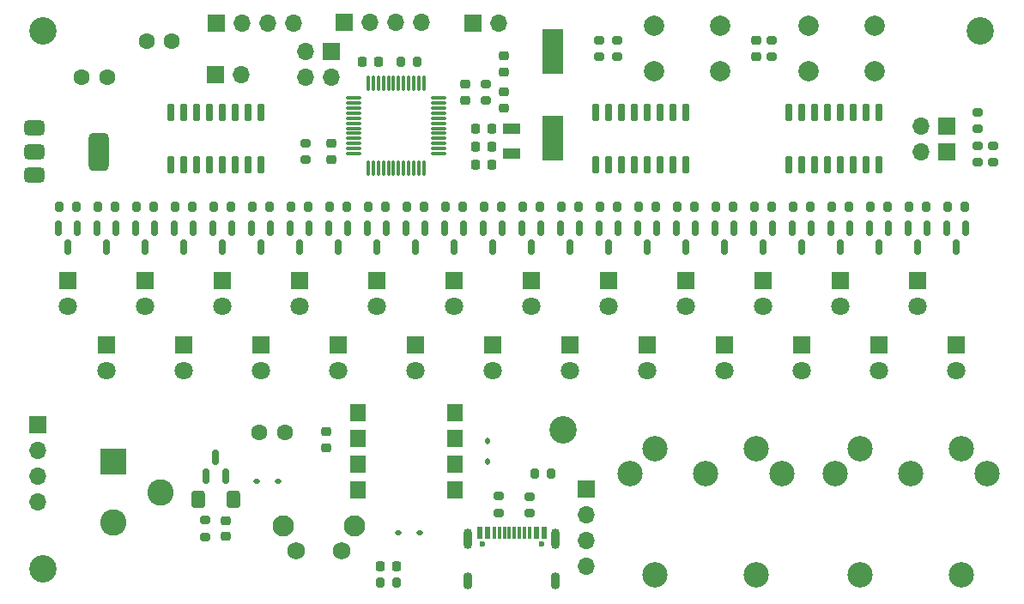
<source format=gbr>
%TF.GenerationSoftware,KiCad,Pcbnew,8.0.4*%
%TF.CreationDate,2024-08-25T15:35:27+02:00*%
%TF.ProjectId,LaserHarp3,4c617365-7248-4617-9270-332e6b696361,rev?*%
%TF.SameCoordinates,Original*%
%TF.FileFunction,Soldermask,Top*%
%TF.FilePolarity,Negative*%
%FSLAX46Y46*%
G04 Gerber Fmt 4.6, Leading zero omitted, Abs format (unit mm)*
G04 Created by KiCad (PCBNEW 8.0.4) date 2024-08-25 15:35:27*
%MOMM*%
%LPD*%
G01*
G04 APERTURE LIST*
G04 Aperture macros list*
%AMRoundRect*
0 Rectangle with rounded corners*
0 $1 Rounding radius*
0 $2 $3 $4 $5 $6 $7 $8 $9 X,Y pos of 4 corners*
0 Add a 4 corners polygon primitive as box body*
4,1,4,$2,$3,$4,$5,$6,$7,$8,$9,$2,$3,0*
0 Add four circle primitives for the rounded corners*
1,1,$1+$1,$2,$3*
1,1,$1+$1,$4,$5*
1,1,$1+$1,$6,$7*
1,1,$1+$1,$8,$9*
0 Add four rect primitives between the rounded corners*
20,1,$1+$1,$2,$3,$4,$5,0*
20,1,$1+$1,$4,$5,$6,$7,0*
20,1,$1+$1,$6,$7,$8,$9,0*
20,1,$1+$1,$8,$9,$2,$3,0*%
G04 Aperture macros list end*
%ADD10RoundRect,0.200000X-0.275000X0.200000X-0.275000X-0.200000X0.275000X-0.200000X0.275000X0.200000X0*%
%ADD11RoundRect,0.200000X0.275000X-0.200000X0.275000X0.200000X-0.275000X0.200000X-0.275000X-0.200000X0*%
%ADD12R,1.700000X1.700000*%
%ADD13O,1.700000X1.700000*%
%ADD14RoundRect,0.150000X-0.150000X0.587500X-0.150000X-0.587500X0.150000X-0.587500X0.150000X0.587500X0*%
%ADD15C,2.700000*%
%ADD16RoundRect,0.225000X0.250000X-0.225000X0.250000X0.225000X-0.250000X0.225000X-0.250000X-0.225000X0*%
%ADD17RoundRect,0.375000X-0.625000X-0.375000X0.625000X-0.375000X0.625000X0.375000X-0.625000X0.375000X0*%
%ADD18RoundRect,0.500000X-0.500000X-1.400000X0.500000X-1.400000X0.500000X1.400000X-0.500000X1.400000X0*%
%ADD19R,1.800000X1.800000*%
%ADD20C,1.800000*%
%ADD21RoundRect,0.200000X0.200000X0.275000X-0.200000X0.275000X-0.200000X-0.275000X0.200000X-0.275000X0*%
%ADD22RoundRect,0.112500X-0.187500X-0.112500X0.187500X-0.112500X0.187500X0.112500X-0.187500X0.112500X0*%
%ADD23RoundRect,0.225000X-0.250000X0.225000X-0.250000X-0.225000X0.250000X-0.225000X0.250000X0.225000X0*%
%ADD24RoundRect,0.250000X0.400000X0.600000X-0.400000X0.600000X-0.400000X-0.600000X0.400000X-0.600000X0*%
%ADD25C,2.000000*%
%ADD26C,2.100000*%
%ADD27C,1.750000*%
%ADD28R,2.600000X2.600000*%
%ADD29C,2.600000*%
%ADD30RoundRect,0.225000X0.225000X0.250000X-0.225000X0.250000X-0.225000X-0.250000X0.225000X-0.250000X0*%
%ADD31R,2.000000X4.500000*%
%ADD32R,1.800000X1.000000*%
%ADD33RoundRect,0.150000X0.150000X-0.725000X0.150000X0.725000X-0.150000X0.725000X-0.150000X-0.725000X0*%
%ADD34RoundRect,0.112500X0.112500X-0.187500X0.112500X0.187500X-0.112500X0.187500X-0.112500X-0.187500X0*%
%ADD35C,1.600000*%
%ADD36R,1.520000X1.780000*%
%ADD37R,1.520000X1.750000*%
%ADD38C,0.600000*%
%ADD39R,0.600000X1.160000*%
%ADD40R,0.300000X1.160000*%
%ADD41O,0.900000X2.000000*%
%ADD42O,0.900000X1.700000*%
%ADD43RoundRect,0.150000X0.150000X-0.587500X0.150000X0.587500X-0.150000X0.587500X-0.150000X-0.587500X0*%
%ADD44RoundRect,0.112500X0.187500X0.112500X-0.187500X0.112500X-0.187500X-0.112500X0.187500X-0.112500X0*%
%ADD45C,2.500000*%
%ADD46RoundRect,0.225000X-0.225000X-0.250000X0.225000X-0.250000X0.225000X0.250000X-0.225000X0.250000X0*%
%ADD47RoundRect,0.075000X0.662500X0.075000X-0.662500X0.075000X-0.662500X-0.075000X0.662500X-0.075000X0*%
%ADD48RoundRect,0.075000X0.075000X0.662500X-0.075000X0.662500X-0.075000X-0.662500X0.075000X-0.662500X0*%
%ADD49RoundRect,0.200000X-0.200000X-0.275000X0.200000X-0.275000X0.200000X0.275000X-0.200000X0.275000X0*%
G04 APERTURE END LIST*
D10*
%TO.C,R38*%
X137414000Y-65215000D03*
X137414000Y-66865000D03*
%TD*%
D11*
%TO.C,R37*%
X135636000Y-66865000D03*
X135636000Y-65215000D03*
%TD*%
D12*
%TO.C,J11*%
X109225000Y-66289000D03*
D13*
X109225000Y-68829000D03*
X106685000Y-66289000D03*
X106685000Y-68829000D03*
%TD*%
%TO.C,J6*%
X100330000Y-68580000D03*
D12*
X97790000Y-68580000D03*
%TD*%
D14*
%TO.C,Q24*%
X167955000Y-83771500D03*
X166055000Y-83771500D03*
X167005000Y-85646500D03*
%TD*%
%TO.C,Q11*%
X118425000Y-83771500D03*
X116525000Y-83771500D03*
X117475000Y-85646500D03*
%TD*%
D15*
%TO.C,H3*%
X80772000Y-117348000D03*
%TD*%
D14*
%TO.C,Q14*%
X129855000Y-83771500D03*
X127955000Y-83771500D03*
X128905000Y-85646500D03*
%TD*%
D16*
%TO.C,C9*%
X109220000Y-76975000D03*
X109220000Y-75425000D03*
%TD*%
D10*
%TO.C,R11*%
X152602000Y-65215000D03*
X152602000Y-66865000D03*
%TD*%
D17*
%TO.C,U2*%
X79908000Y-73900000D03*
X79908000Y-76200000D03*
D18*
X86208000Y-76200000D03*
D17*
X79908000Y-78500000D03*
%TD*%
D19*
%TO.C,LD6*%
X102235000Y-95250000D03*
D20*
X102235000Y-97790000D03*
%TD*%
D12*
%TO.C,J9*%
X110490000Y-63490000D03*
D13*
X113030000Y-63490000D03*
X115570000Y-63490000D03*
X118110000Y-63490000D03*
%TD*%
D21*
%TO.C,R21*%
X118300000Y-81661000D03*
X116650000Y-81661000D03*
%TD*%
D14*
%TO.C,Q3*%
X87945000Y-83771500D03*
X86045000Y-83771500D03*
X86995000Y-85646500D03*
%TD*%
D16*
%TO.C,C11*%
X126238000Y-71895000D03*
X126238000Y-70345000D03*
%TD*%
D21*
%TO.C,R34*%
X167830000Y-81661000D03*
X166180000Y-81661000D03*
%TD*%
%TO.C,R26*%
X137350000Y-81661000D03*
X135700000Y-81661000D03*
%TD*%
D22*
%TO.C,D1*%
X115790000Y-113792000D03*
X117890000Y-113792000D03*
%TD*%
D23*
%TO.C,C4*%
X98806000Y-112636000D03*
X98806000Y-114186000D03*
%TD*%
D24*
%TO.C,D2*%
X99540000Y-110490000D03*
X96040000Y-110490000D03*
%TD*%
D25*
%TO.C,SW2*%
X147522000Y-68290000D03*
X141022000Y-68290000D03*
X147522000Y-63790000D03*
X141022000Y-63790000D03*
%TD*%
D19*
%TO.C,LD15*%
X136525000Y-88900000D03*
D20*
X136525000Y-91440000D03*
%TD*%
D11*
%TO.C,R7*%
X174498000Y-77279000D03*
X174498000Y-75629000D03*
%TD*%
D21*
%TO.C,R28*%
X144970000Y-81661000D03*
X143320000Y-81661000D03*
%TD*%
D14*
%TO.C,Q17*%
X141285000Y-83771500D03*
X139385000Y-83771500D03*
X140335000Y-85646500D03*
%TD*%
D26*
%TO.C,SW1*%
X111475000Y-113113500D03*
X104465000Y-113113500D03*
D27*
X110225000Y-115603500D03*
X105725000Y-115603500D03*
%TD*%
D28*
%TO.C,J2*%
X87642000Y-106830000D03*
D29*
X87642000Y-112830000D03*
X92342000Y-109830000D03*
%TD*%
D25*
%TO.C,SW3*%
X156262000Y-63790000D03*
X162762000Y-63790000D03*
X156262000Y-68290000D03*
X162762000Y-68290000D03*
%TD*%
D10*
%TO.C,R5*%
X172974000Y-75629000D03*
X172974000Y-77279000D03*
%TD*%
D30*
%TO.C,C14*%
X124981000Y-73914000D03*
X123431000Y-73914000D03*
%TD*%
%TO.C,C13*%
X124981000Y-75692000D03*
X123431000Y-75692000D03*
%TD*%
D21*
%TO.C,R19*%
X110680000Y-81661000D03*
X109030000Y-81661000D03*
%TD*%
D19*
%TO.C,LD22*%
X163195000Y-95250000D03*
D20*
X163195000Y-97790000D03*
%TD*%
D14*
%TO.C,Q21*%
X156525000Y-83771500D03*
X154625000Y-83771500D03*
X155575000Y-85646500D03*
%TD*%
%TO.C,Q9*%
X110805000Y-83771500D03*
X108905000Y-83771500D03*
X109855000Y-85646500D03*
%TD*%
D12*
%TO.C,J10*%
X134366000Y-109484000D03*
D13*
X134366000Y-112024000D03*
X134366000Y-114564000D03*
X134366000Y-117104000D03*
%TD*%
D19*
%TO.C,LD16*%
X140335000Y-95250000D03*
D20*
X140335000Y-97790000D03*
%TD*%
D21*
%TO.C,R27*%
X141160000Y-81661000D03*
X139510000Y-81661000D03*
%TD*%
D19*
%TO.C,LD12*%
X125095000Y-95250000D03*
D20*
X125095000Y-97790000D03*
%TD*%
D14*
%TO.C,Q20*%
X152715000Y-83771500D03*
X150815000Y-83771500D03*
X151765000Y-85646500D03*
%TD*%
D12*
%TO.C,J8*%
X97800000Y-63500000D03*
D13*
X100340000Y-63500000D03*
X102880000Y-63500000D03*
X105420000Y-63500000D03*
%TD*%
D23*
%TO.C,C12*%
X126238000Y-66789000D03*
X126238000Y-68339000D03*
%TD*%
D31*
%TO.C,Y1*%
X131064000Y-66362000D03*
X131064000Y-74862000D03*
%TD*%
D32*
%TO.C,Y2*%
X127000000Y-73934000D03*
X127000000Y-76434000D03*
%TD*%
D33*
%TO.C,U5*%
X135255000Y-77505000D03*
X136525000Y-77505000D03*
X137795000Y-77505000D03*
X139065000Y-77505000D03*
X140335000Y-77505000D03*
X141605000Y-77505000D03*
X142875000Y-77505000D03*
X144145000Y-77505000D03*
X144145000Y-72355000D03*
X142875000Y-72355000D03*
X141605000Y-72355000D03*
X140335000Y-72355000D03*
X139065000Y-72355000D03*
X137795000Y-72355000D03*
X136525000Y-72355000D03*
X135255000Y-72355000D03*
%TD*%
D14*
%TO.C,Q16*%
X137475000Y-83771500D03*
X135575000Y-83771500D03*
X136525000Y-85646500D03*
%TD*%
D16*
%TO.C,C5*%
X108712000Y-105423000D03*
X108712000Y-103873000D03*
%TD*%
D11*
%TO.C,R6*%
X172974000Y-73977000D03*
X172974000Y-72327000D03*
%TD*%
D21*
%TO.C,R20*%
X114490000Y-81661000D03*
X112840000Y-81661000D03*
%TD*%
D19*
%TO.C,LD3*%
X90805000Y-88900000D03*
D20*
X90805000Y-91440000D03*
%TD*%
D21*
%TO.C,R14*%
X91630000Y-81661000D03*
X89980000Y-81661000D03*
%TD*%
D34*
%TO.C,D4*%
X124587000Y-106841000D03*
X124587000Y-104741000D03*
%TD*%
D19*
%TO.C,LD8*%
X109855000Y-95250000D03*
D20*
X109855000Y-97790000D03*
%TD*%
D19*
%TO.C,LD13*%
X128905000Y-88900000D03*
D20*
X128905000Y-91440000D03*
%TD*%
D14*
%TO.C,Q13*%
X126045000Y-83771500D03*
X124145000Y-83771500D03*
X125095000Y-85646500D03*
%TD*%
D30*
%TO.C,C8*%
X124981000Y-77470000D03*
X123431000Y-77470000D03*
%TD*%
D21*
%TO.C,R18*%
X106870000Y-81661000D03*
X105220000Y-81661000D03*
%TD*%
D33*
%TO.C,U4*%
X93345000Y-77505000D03*
X94615000Y-77505000D03*
X95885000Y-77505000D03*
X97155000Y-77505000D03*
X98425000Y-77505000D03*
X99695000Y-77505000D03*
X100965000Y-77505000D03*
X102235000Y-77505000D03*
X102235000Y-72355000D03*
X100965000Y-72355000D03*
X99695000Y-72355000D03*
X98425000Y-72355000D03*
X97155000Y-72355000D03*
X95885000Y-72355000D03*
X94615000Y-72355000D03*
X93345000Y-72355000D03*
%TD*%
D35*
%TO.C,C3*%
X102108000Y-103886000D03*
X104608000Y-103886000D03*
%TD*%
D19*
%TO.C,LD23*%
X167005000Y-88900000D03*
D20*
X167005000Y-91440000D03*
%TD*%
D12*
%TO.C,J7*%
X123190000Y-63500000D03*
D13*
X125730000Y-63500000D03*
%TD*%
D21*
%TO.C,R32*%
X160210000Y-81661000D03*
X158560000Y-81661000D03*
%TD*%
%TO.C,R24*%
X129730000Y-81661000D03*
X128080000Y-81661000D03*
%TD*%
%TO.C,R35*%
X171640000Y-81661000D03*
X169990000Y-81661000D03*
%TD*%
%TO.C,R9*%
X117665000Y-67310000D03*
X116015000Y-67310000D03*
%TD*%
D15*
%TO.C,H2*%
X80772000Y-64262000D03*
%TD*%
D21*
%TO.C,R15*%
X95440000Y-81661000D03*
X93790000Y-81661000D03*
%TD*%
D15*
%TO.C,H1*%
X173228000Y-64262000D03*
%TD*%
D36*
%TO.C,U3*%
X121346000Y-109601000D03*
D37*
X121346000Y-107061000D03*
D36*
X121346000Y-104521000D03*
X121346000Y-101981000D03*
X111826000Y-101981000D03*
X111826000Y-104521000D03*
X111826000Y-107061000D03*
X111826000Y-109601000D03*
%TD*%
D14*
%TO.C,Q23*%
X164145000Y-83771500D03*
X162245000Y-83771500D03*
X163195000Y-85646500D03*
%TD*%
D23*
%TO.C,C7*%
X122428000Y-69583000D03*
X122428000Y-71133000D03*
%TD*%
D38*
%TO.C,J1*%
X124110000Y-114896000D03*
X129890000Y-114896000D03*
D39*
X123800000Y-113836000D03*
X124600000Y-113836000D03*
D40*
X125750000Y-113836000D03*
X126750000Y-113836000D03*
X127250000Y-113836000D03*
X128250000Y-113836000D03*
D39*
X129400000Y-113836000D03*
X130200000Y-113836000D03*
X130200000Y-113836000D03*
X129400000Y-113836000D03*
D40*
X128750000Y-113836000D03*
X127750000Y-113836000D03*
X126250000Y-113836000D03*
X125250000Y-113836000D03*
D39*
X124600000Y-113836000D03*
X123800000Y-113836000D03*
D41*
X122680000Y-114416000D03*
D42*
X122680000Y-118586000D03*
D41*
X131320000Y-114416000D03*
D42*
X131320000Y-118586000D03*
%TD*%
D43*
%TO.C,Q1*%
X96840000Y-108252500D03*
X98740000Y-108252500D03*
X97790000Y-106377500D03*
%TD*%
D19*
%TO.C,LD19*%
X151765000Y-88900000D03*
D20*
X151765000Y-91440000D03*
%TD*%
D11*
%TO.C,R2*%
X125730000Y-111873110D03*
X125730000Y-110223110D03*
%TD*%
D44*
%TO.C,D3*%
X103920000Y-108712000D03*
X101820000Y-108712000D03*
%TD*%
D23*
%TO.C,C16*%
X151078000Y-65265000D03*
X151078000Y-66815000D03*
%TD*%
D21*
%TO.C,R30*%
X152590000Y-81661000D03*
X150940000Y-81661000D03*
%TD*%
%TO.C,R23*%
X125920000Y-81661000D03*
X124270000Y-81661000D03*
%TD*%
D19*
%TO.C,LD24*%
X170815000Y-95250000D03*
D20*
X170815000Y-97790000D03*
%TD*%
D45*
%TO.C,J4*%
X153628740Y-107998000D03*
X146128740Y-107998000D03*
X138628740Y-107998000D03*
X151128740Y-105498000D03*
X141128740Y-105498000D03*
X141128740Y-117998000D03*
X151128740Y-117998000D03*
%TD*%
D11*
%TO.C,R36*%
X106680000Y-77025000D03*
X106680000Y-75375000D03*
%TD*%
D14*
%TO.C,Q22*%
X160335000Y-83771500D03*
X158435000Y-83771500D03*
X159385000Y-85646500D03*
%TD*%
D21*
%TO.C,R12*%
X84010000Y-81661000D03*
X82360000Y-81661000D03*
%TD*%
D14*
%TO.C,Q10*%
X114615000Y-83771500D03*
X112715000Y-83771500D03*
X113665000Y-85646500D03*
%TD*%
D46*
%TO.C,C15*%
X114033000Y-117094000D03*
X115583000Y-117094000D03*
%TD*%
D21*
%TO.C,R31*%
X156400000Y-81661000D03*
X154750000Y-81661000D03*
%TD*%
D19*
%TO.C,LD4*%
X94615000Y-95250000D03*
D20*
X94615000Y-97790000D03*
%TD*%
D10*
%TO.C,R10*%
X124460000Y-69533000D03*
X124460000Y-71183000D03*
%TD*%
D19*
%TO.C,LD7*%
X106045000Y-88900000D03*
D20*
X106045000Y-91440000D03*
%TD*%
D14*
%TO.C,Q5*%
X95565000Y-83771500D03*
X93665000Y-83771500D03*
X94615000Y-85646500D03*
%TD*%
%TO.C,Q18*%
X145095000Y-83771500D03*
X143195000Y-83771500D03*
X144145000Y-85646500D03*
%TD*%
D19*
%TO.C,LD18*%
X147955000Y-95250000D03*
D20*
X147955000Y-97790000D03*
%TD*%
D47*
%TO.C,U1*%
X119732500Y-76410000D03*
X119732500Y-75910000D03*
X119732500Y-75410000D03*
X119732500Y-74909999D03*
X119732500Y-74410000D03*
X119732500Y-73910000D03*
X119732500Y-73410000D03*
X119732500Y-72910000D03*
X119732500Y-72410001D03*
X119732500Y-71910000D03*
X119732500Y-71410000D03*
X119732500Y-70910000D03*
D48*
X118320000Y-69497500D03*
X117820000Y-69497500D03*
X117320000Y-69497500D03*
X116819999Y-69497500D03*
X116320000Y-69497500D03*
X115820000Y-69497500D03*
X115320000Y-69497500D03*
X114820000Y-69497500D03*
X114320001Y-69497500D03*
X113820000Y-69497500D03*
X113320000Y-69497500D03*
X112820000Y-69497500D03*
D47*
X111407500Y-70910000D03*
X111407500Y-71410000D03*
X111407500Y-71910000D03*
X111407500Y-72410001D03*
X111407500Y-72910000D03*
X111407500Y-73410000D03*
X111407500Y-73910000D03*
X111407500Y-74410000D03*
X111407500Y-74909999D03*
X111407500Y-75410000D03*
X111407500Y-75910000D03*
X111407500Y-76410000D03*
D48*
X112820000Y-77822500D03*
X113320000Y-77822500D03*
X113820000Y-77822500D03*
X114320001Y-77822500D03*
X114820000Y-77822500D03*
X115320000Y-77822500D03*
X115820000Y-77822500D03*
X116320000Y-77822500D03*
X116819999Y-77822500D03*
X117320000Y-77822500D03*
X117820000Y-77822500D03*
X118320000Y-77822500D03*
%TD*%
D14*
%TO.C,Q25*%
X171765000Y-83771500D03*
X169865000Y-83771500D03*
X170815000Y-85646500D03*
%TD*%
D11*
%TO.C,R1*%
X128778000Y-111886000D03*
X128778000Y-110236000D03*
%TD*%
D14*
%TO.C,Q12*%
X122235000Y-83771500D03*
X120335000Y-83771500D03*
X121285000Y-85646500D03*
%TD*%
%TO.C,Q15*%
X133665000Y-83771500D03*
X131765000Y-83771500D03*
X132715000Y-85646500D03*
%TD*%
D19*
%TO.C,LD21*%
X159385000Y-88900000D03*
D20*
X159385000Y-91440000D03*
%TD*%
D21*
%TO.C,R17*%
X103060000Y-81661000D03*
X101410000Y-81661000D03*
%TD*%
%TO.C,R4*%
X130873000Y-107950000D03*
X129223000Y-107950000D03*
%TD*%
D12*
%TO.C,JP3*%
X169926000Y-76200000D03*
D13*
X167386000Y-76200000D03*
%TD*%
D19*
%TO.C,LD1*%
X83185000Y-88900000D03*
D20*
X83185000Y-91440000D03*
%TD*%
D45*
%TO.C,J5*%
X173870000Y-107998000D03*
X166370000Y-107998000D03*
X158870000Y-107998000D03*
X171370000Y-105498000D03*
X161370000Y-105498000D03*
X161370000Y-117998000D03*
X171370000Y-117998000D03*
%TD*%
D10*
%TO.C,R3*%
X96774000Y-112586000D03*
X96774000Y-114236000D03*
%TD*%
D19*
%TO.C,LD20*%
X155575000Y-95250000D03*
D20*
X155575000Y-97790000D03*
%TD*%
D21*
%TO.C,R22*%
X122110000Y-81661000D03*
X120460000Y-81661000D03*
%TD*%
D49*
%TO.C,R8*%
X113983000Y-118745000D03*
X115633000Y-118745000D03*
%TD*%
D33*
%TO.C,U6*%
X154305000Y-77505000D03*
X155575000Y-77505000D03*
X156845000Y-77505000D03*
X158115000Y-77505000D03*
X159385000Y-77505000D03*
X160655000Y-77505000D03*
X161925000Y-77505000D03*
X163195000Y-77505000D03*
X163195000Y-72355000D03*
X161925000Y-72355000D03*
X160655000Y-72355000D03*
X159385000Y-72355000D03*
X158115000Y-72355000D03*
X156845000Y-72355000D03*
X155575000Y-72355000D03*
X154305000Y-72355000D03*
%TD*%
D14*
%TO.C,Q4*%
X91755000Y-83771500D03*
X89855000Y-83771500D03*
X90805000Y-85646500D03*
%TD*%
%TO.C,Q7*%
X103185000Y-83771500D03*
X101285000Y-83771500D03*
X102235000Y-85646500D03*
%TD*%
D19*
%TO.C,LD10*%
X117475000Y-95250000D03*
D20*
X117475000Y-97790000D03*
%TD*%
D46*
%TO.C,C10*%
X112255000Y-67310000D03*
X113805000Y-67310000D03*
%TD*%
D14*
%TO.C,Q6*%
X99375000Y-83771500D03*
X97475000Y-83771500D03*
X98425000Y-85646500D03*
%TD*%
D21*
%TO.C,R16*%
X99250000Y-81661000D03*
X97600000Y-81661000D03*
%TD*%
D19*
%TO.C,LD11*%
X121285000Y-88900000D03*
D20*
X121285000Y-91440000D03*
%TD*%
D12*
%TO.C,J3*%
X80264000Y-103124000D03*
D13*
X80264000Y-105664000D03*
X80264000Y-108204000D03*
X80264000Y-110744000D03*
%TD*%
D15*
%TO.C,H4*%
X132080000Y-103632000D03*
%TD*%
D19*
%TO.C,LD9*%
X113665000Y-88900000D03*
D20*
X113665000Y-91440000D03*
%TD*%
D19*
%TO.C,LD5*%
X98425000Y-88900000D03*
D20*
X98425000Y-91440000D03*
%TD*%
D14*
%TO.C,Q19*%
X148905000Y-83771500D03*
X147005000Y-83771500D03*
X147955000Y-85646500D03*
%TD*%
D35*
%TO.C,C2*%
X93472000Y-65278000D03*
X90972000Y-65278000D03*
%TD*%
D21*
%TO.C,R13*%
X87820000Y-81661000D03*
X86170000Y-81661000D03*
%TD*%
%TO.C,R29*%
X148780000Y-81661000D03*
X147130000Y-81661000D03*
%TD*%
D19*
%TO.C,LD17*%
X144145000Y-88900000D03*
D20*
X144145000Y-91440000D03*
%TD*%
D21*
%TO.C,R33*%
X164020000Y-81661000D03*
X162370000Y-81661000D03*
%TD*%
D14*
%TO.C,Q8*%
X106995000Y-83771500D03*
X105095000Y-83771500D03*
X106045000Y-85646500D03*
%TD*%
D19*
%TO.C,LD14*%
X132715000Y-95250000D03*
D20*
X132715000Y-97790000D03*
%TD*%
D12*
%TO.C,JP4*%
X169926000Y-73660000D03*
D13*
X167386000Y-73660000D03*
%TD*%
D35*
%TO.C,C1*%
X84582000Y-68834000D03*
X87082000Y-68834000D03*
%TD*%
D21*
%TO.C,R25*%
X133540000Y-81661000D03*
X131890000Y-81661000D03*
%TD*%
D19*
%TO.C,LD2*%
X86995000Y-95250000D03*
D20*
X86995000Y-97790000D03*
%TD*%
D14*
%TO.C,Q2*%
X84135000Y-83771500D03*
X82235000Y-83771500D03*
X83185000Y-85646500D03*
%TD*%
M02*

</source>
